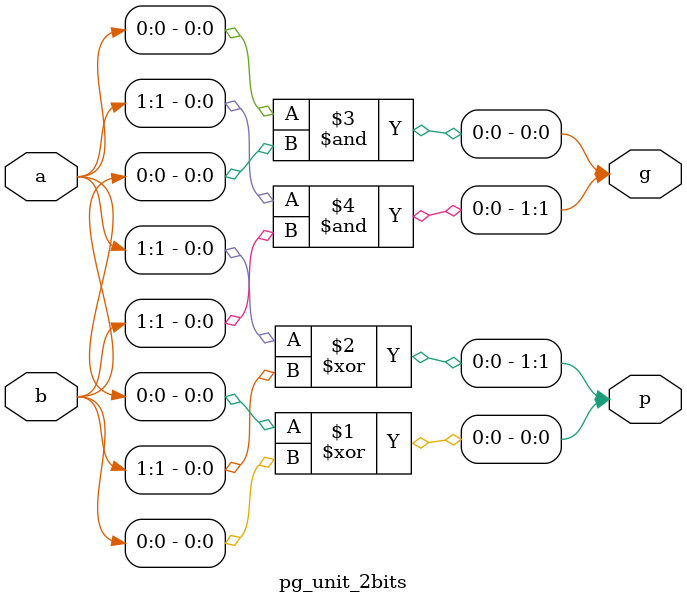
<source format=v>
module pg_unit_2bits (a, b, p, g);

input [1:0] a, b;
output [1:0] p, g;




xor x1 (p[0], a[0], b[0]);
xor x2 (p[1], a[1], b[1]);
and aa1 (g[0], a[0], b[0]);
and aa2 (g[1], a[1], b[1]);

endmodule


</source>
